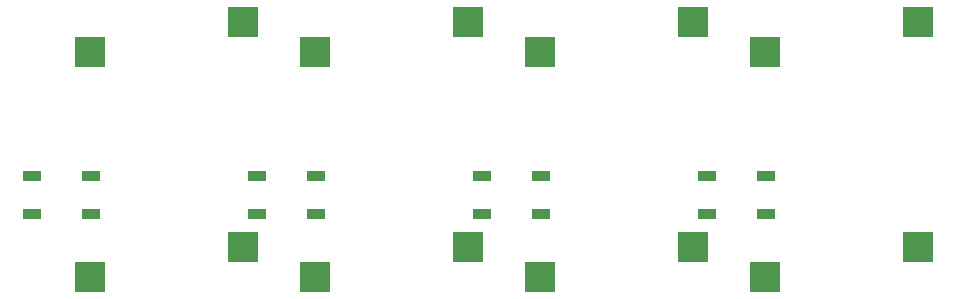
<source format=gbr>
%TF.GenerationSoftware,KiCad,Pcbnew,(6.99.0)*%
%TF.CreationDate,2021-12-30T19:51:54+01:00*%
%TF.ProjectId,TurtlePad,54757274-6c65-4506-9164-2e6b69636164,rev?*%
%TF.SameCoordinates,Original*%
%TF.FileFunction,Paste,Bot*%
%TF.FilePolarity,Positive*%
%FSLAX46Y46*%
G04 Gerber Fmt 4.6, Leading zero omitted, Abs format (unit mm)*
G04 Created by KiCad (PCBNEW (6.99.0)) date 2021-12-30 19:51:54*
%MOMM*%
%LPD*%
G01*
G04 APERTURE LIST*
%ADD10R,2.550000X2.500000*%
%ADD11R,1.501140X0.899160*%
G04 APERTURE END LIST*
D10*
%TO.C,MX1*%
X185034250Y-84804250D03*
X197961250Y-82264250D03*
%TD*%
%TO.C,MX2*%
X165984250Y-84804250D03*
X178911250Y-82264250D03*
%TD*%
%TO.C,MX3*%
X146934250Y-84804250D03*
X159861250Y-82264250D03*
%TD*%
%TO.C,MX5*%
X185034250Y-103854250D03*
X197961250Y-101314250D03*
%TD*%
%TO.C,MX6*%
X165984250Y-103854250D03*
X178911250Y-101314250D03*
%TD*%
%TO.C,MX7*%
X146934250Y-103854250D03*
X159861250Y-101314250D03*
%TD*%
%TO.C,MX8*%
X127884250Y-103854250D03*
X140811250Y-101314250D03*
%TD*%
%TO.C,MX4*%
X127884250Y-84804250D03*
X140811250Y-82264250D03*
%TD*%
D11*
%TO.C,RGB1*%
X127943610Y-95269050D03*
X127943610Y-98469450D03*
X122944890Y-98469450D03*
X122944890Y-95269050D03*
%TD*%
%TO.C,RGB3*%
X166043610Y-95269050D03*
X166043610Y-98469450D03*
X161044890Y-98469450D03*
X161044890Y-95269050D03*
%TD*%
%TO.C,RGB2*%
X146993610Y-95269050D03*
X146993610Y-98469450D03*
X141994890Y-98469450D03*
X141994890Y-95269050D03*
%TD*%
%TO.C,RGB4*%
X185093610Y-95269050D03*
X185093610Y-98469450D03*
X180094890Y-98469450D03*
X180094890Y-95269050D03*
%TD*%
M02*

</source>
